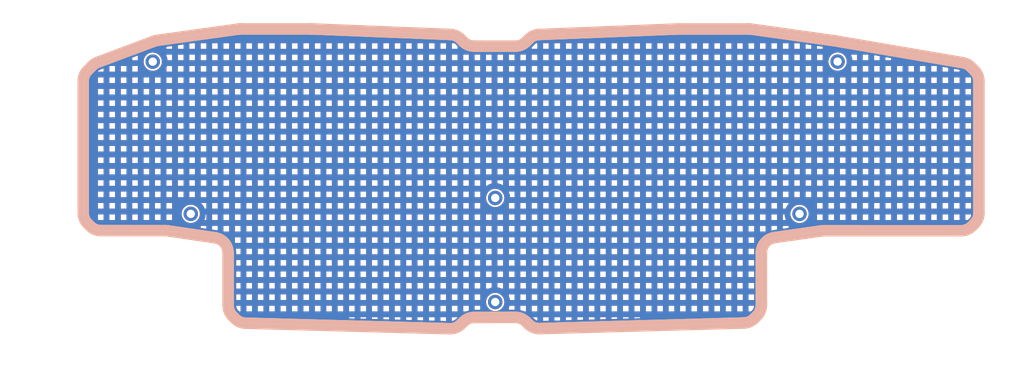
<source format=kicad_pcb>
(kicad_pcb (version 20241229) (generator "pcbnew") (generator_version "9.0")
  (title_block (title "Stenowing") (date "2024-10-05") (rev "1.0") (company "Gzowski.co.uk"))
  (layers (0 "F.Cu" signal) (2 "B.Cu" signal) (13 "F.Paste" user) (15 "B.Paste" user) (5 "F.SilkS" user "F.Silkscreen") (7 "B.SilkS" user "B.Silkscreen") (1 "F.Mask" user) (3 "B.Mask" user) (25 "Edge.Cuts" user))
  (net 0 "")
  (net 1 "GND")
  (footprint "" (layer "F.Cu") (at 50.01 92.11)
    (property "Reference" "" (at 0 0 0) (layer "F.SilkS") (effects (font (size 1.27 1.27))))
    (property "Value" "")
    (pad "1" thru_hole circle (at 0 0) (size 3.8 3.8) (drill 2.2) (layers "*.Cu" "*.Mask"))
  )
  (footprint "" (layer "F.Cu") (at 60 132.11)
    (property "Reference" "" (at 0 0 0) (layer "F.SilkS") (effects (font (size 1.27 1.27))))
    (property "Value" "")
    (pad "1" thru_hole circle (at 0 0) (size 3.8 3.8) (drill 2.2) (layers "*.Cu" "*.Mask"))
  )
  (footprint "" (layer "F.Cu") (at 140.02 155.28)
    (property "Reference" "" (at 0 0 0) (layer "F.SilkS") (effects (font (size 1.27 1.27))))
    (property "Value" "")
    (pad "1" thru_hole circle (at 0 0) (size 3.8 3.8) (drill 2.2) (layers "*.Cu" "*.Mask"))
  )
  (footprint "" (layer "F.Cu") (at 140.02 127.93)
    (property "Reference" "" (at 0 0 0) (layer "F.SilkS") (effects (font (size 1.27 1.27))))
    (property "Value" "")
    (pad "1" thru_hole circle (at 0 0) (size 3.8 3.8) (drill 2.2) (layers "*.Cu" "*.Mask"))
  )
  (footprint "" (layer "B.Cu") (at 230.01 92.09)
    (property "Reference" "2" (at 0 0 180) (layer "B.SilkS") (effects (font (size 1.27 1.27)) (justify mirror)))
    (property "Value" "")
    (pad "1" thru_hole circle (at 0 0) (size 3.8 3.8) (drill 2.2) (layers "*.Cu" "*.Mask"))
  )
  (footprint "" (layer "B.Cu") (at 220 132.12)
    (property "Reference" "3" (at 0 0 180) (layer "B.SilkS") (effects (font (size 1.27 1.27)) (justify mirror)))
    (property "Value" "")
    (pad "1" thru_hole circle (at 0 0) (size 3.8 3.8) (drill 2.2) (layers "*.Cu" "*.Mask"))
  )
  (gr_arc (start 267.159779 131.883146) (mid 266.855298 133.413881) (end 265.988206 134.711573) (stroke (width 3)) (layer "F.SilkS"))
  (gr_line (start 131.649376 86.849597) (end 130.925802 86.126023) (stroke (width 3)) (layer "F.SilkS"))
  (gr_line (start 209.989779 156.087043) (end 209.989779 142.310392) (stroke (width 3)) (layer "F.SilkS"))
  (gr_arc (start 265.331788 135.367991) (mid 264.033609 136.235285) (end 262.502307 136.539563) (stroke (width 3)) (layer "F.SilkS"))
  (gr_line (start 267.159779 131.883146) (end 267.159779 97.246854) (stroke (width 3)) (layer "F.SilkS"))
  (gr_line (start 151.690855 162.272612) (end 205.393812 160.793944) (stroke (width 3)) (layer "F.SilkS"))
  (gr_arc (start 208.116846 159.619176) (mid 206.868232 160.468261) (end 205.393812 160.793944) (stroke (width 3)) (layer "F.SilkS"))
  (gr_line (start 226.483886 136.530075) (end 262.502307 136.539563) (stroke (width 3)) (layer "F.SilkS"))
  (gr_line (start 36.385394 136.510876) (end 53.338226 136.519846) (stroke (width 3)) (layer "F.SilkS"))
  (gr_arc (start 53.338226 136.519846) (mid 53.629001 136.530583) (end 53.918227 136.562429) (stroke (width 3)) (layer "F.SilkS"))
  (gr_line (start 34.115598 93.174181) (end 32.901352 94.388427) (stroke (width 3)) (layer "F.SilkS"))
  (gr_arc (start 32.901352 134.681573) (mid 32.034262 133.383879) (end 31.729779 131.853146) (stroke (width 3)) (layer "F.SilkS"))
  (gr_line (start 74.402707 160.843309) (end 128.099505 162.303229) (stroke (width 3)) (layer "F.SilkS"))
  (gr_line (start 134.471664 159.346498) (end 145.307958 159.323523) (stroke (width 3)) (layer "F.SilkS"))
  (gr_arc (start 148.152522 86.857257) (mid 146.853524 87.724888) (end 145.32127 88.028829) (stroke (width 3)) (layer "F.SilkS"))
  (gr_arc (start 262.905595 92.375436) (mid 264.069026 92.765422) (end 265.059506 93.489727) (stroke (width 3)) (layer "F.SilkS"))
  (gr_line (start 53.918227 136.562429) (end 66.391896 138.397246) (stroke (width 3)) (layer "F.SilkS"))
  (gr_arc (start 34.115598 93.174181) (mid 34.780206 92.638402) (end 35.54337 92.255854) (stroke (width 3)) (layer "F.SilkS"))
  (gr_line (start 265.988206 94.418427) (end 265.059506 93.489727) (stroke (width 3)) (layer "F.SilkS"))
  (gr_line (start 131.036646 161.133133) (end 131.651718 160.518061) (stroke (width 3)) (layer "F.SilkS"))
  (gr_line (start 33.559083 135.339304) (end 32.901352 134.681573) (stroke (width 3)) (layer "F.SilkS"))
  (gr_line (start 148.144866 160.495087) (end 148.752333 161.102554) (stroke (width 3)) (layer "F.SilkS"))
  (gr_arc (start 128.25687 84.957631) (mid 129.701499 85.290185) (end 130.925802 86.126023) (stroke (width 3)) (layer "F.SilkS"))
  (gr_line (start 228.968418 86.571449) (end 207.274495 83.548283) (stroke (width 3)) (layer "F.SilkS"))
  (gr_line (start 145.32127 88.028829) (end 134.474978 88.021169) (stroke (width 3)) (layer "F.SilkS"))
  (gr_arc (start 72.556173 83.53797) (mid 72.830435 83.509504) (end 73.106006 83.5) (stroke (width 3)) (layer "F.SilkS"))
  (gr_arc (start 225.918515 136.570081) (mid 226.200491 136.540054) (end 226.483886 136.530075) (stroke (width 3)) (layer "F.SilkS"))
  (gr_arc (start 148.873722 86.136057) (mid 150.098066 85.300208) (end 151.542738 84.967662) (stroke (width 3)) (layer "F.SilkS"))
  (gr_line (start 262.905595 92.375436) (end 229.090847 86.590447) (stroke (width 3)) (layer "F.SilkS"))
  (gr_line (start 208.116846 159.619176) (end 208.822908 158.91076) (stroke (width 3)) (layer "F.SilkS"))
  (gr_line (start 265.331788 135.367991) (end 265.988206 134.711573) (stroke (width 3)) (layer "F.SilkS"))
  (gr_line (start 206.722408 83.51) (end 188.010105 83.513178) (stroke (width 3)) (layer "F.SilkS"))
  (gr_arc (start 36.385394 136.510876) (mid 34.855795 136.205999) (end 33.559083 135.339304) (stroke (width 3)) (layer "F.SilkS"))
  (gr_line (start 188.010105 83.513178) (end 151.542738 84.967662) (stroke (width 3)) (layer "F.SilkS"))
  (gr_line (start 50.366247 86.714591) (end 35.54337 92.255854) (stroke (width 3)) (layer "F.SilkS"))
  (gr_arc (start 209.989779 156.087043) (mid 209.686554 157.614696) (end 208.822908 158.91076) (stroke (width 3)) (layer "F.SilkS"))
  (gr_arc (start 151.690855 162.272612) (mid 150.101035 161.990358) (end 148.752333 161.102554) (stroke (width 3)) (layer "F.SilkS"))
  (gr_arc (start 131.651718 160.518061) (mid 132.945491 159.652587) (end 134.471664 159.346498) (stroke (width 3)) (layer "F.SilkS"))
  (gr_arc (start 66.391896 138.397246) (mid 68.837028 139.740132) (end 69.809779 142.354662) (stroke (width 3)) (layer "F.SilkS"))
  (gr_line (start 213.425462 138.350399) (end 225.918515 136.570081) (stroke (width 3)) (layer "F.SilkS"))
  (gr_arc (start 91.65 83.5) (mid 91.729763 83.500794) (end 91.809495 83.503181) (stroke (width 3)) (layer "F.SilkS"))
  (gr_line (start 69.809779 142.354662) (end 69.809779 156.143146) (stroke (width 3)) (layer "F.SilkS"))
  (gr_arc (start 74.402707 160.843309) (mid 72.930604 160.51916) (end 71.682993 159.673214) (stroke (width 3)) (layer "F.SilkS"))
  (gr_line (start 91.65 83.5) (end 73.106006 83.5) (stroke (width 3)) (layer "F.SilkS"))
  (gr_arc (start 145.307958 159.323523) (mid 146.84326 159.626362) (end 148.144866 160.495087) (stroke (width 3)) (layer "F.SilkS"))
  (gr_line (start 128.25687 84.957631) (end 91.809495 83.503181) (stroke (width 3)) (layer "F.SilkS"))
  (gr_line (start 70.981352 158.971573) (end 71.682993 159.673214) (stroke (width 3)) (layer "F.SilkS"))
  (gr_arc (start 228.968418 86.571449) (mid 229.029706 86.580474) (end 229.090847 86.590447) (stroke (width 3)) (layer "F.SilkS"))
  (gr_line (start 72.556173 83.53797) (end 51.21707 86.499315) (stroke (width 3)) (layer "F.SilkS"))
  (gr_line (start 31.729779 97.216854) (end 31.729779 131.853146) (stroke (width 3)) (layer "F.SilkS"))
  (gr_arc (start 70.981352 158.971573) (mid 70.114261 157.67388) (end 69.809779 156.143146) (stroke (width 3)) (layer "F.SilkS"))
  (gr_arc (start 31.729779 97.216854) (mid 32.034261 95.68612) (end 32.901352 94.388427) (stroke (width 3)) (layer "F.SilkS"))
  (gr_line (start 148.873722 86.136057) (end 148.152522 86.857257) (stroke (width 3)) (layer "F.SilkS"))
  (gr_arc (start 206.722408 83.51) (mid 206.999114 83.519585) (end 207.274495 83.548283) (stroke (width 3)) (layer "F.SilkS"))
  (gr_arc (start 265.988206 94.418427) (mid 266.855312 95.716118) (end 267.159779 97.246854) (stroke (width 3)) (layer "F.SilkS"))
  (gr_arc (start 50.366247 86.714591) (mid 50.785738 86.583552) (end 51.21707 86.499315) (stroke (width 3)) (layer "F.SilkS"))
  (gr_arc (start 209.989779 142.310392) (mid 210.96842 139.689067) (end 213.425462 138.350399) (stroke (width 3)) (layer "F.SilkS"))
  (gr_arc (start 134.474978 88.021169) (mid 132.945762 87.716153) (end 131.649376 86.849597) (stroke (width 3)) (layer "F.SilkS"))
  (gr_arc (start 131.036646 161.133133) (mid 129.688592 162.020697) (end 128.099505 162.303229) (stroke (width 3)) (layer "F.SilkS"))
  (gr_arc (start 128.25687 84.957631) (mid 129.701499 85.290185) (end 130.925802 86.126023) (stroke (width 3)) (layer "B.SilkS"))
  (gr_arc (start 265.331788 135.367991) (mid 264.033609 136.235285) (end 262.502307 136.539563) (stroke (width 3)) (layer "B.SilkS"))
  (gr_arc (start 134.474978 88.021169) (mid 132.945762 87.716153) (end 131.649376 86.849597) (stroke (width 3)) (layer "B.SilkS"))
  (gr_arc (start 145.307958 159.323523) (mid 146.84326 159.626362) (end 148.144866 160.495087) (stroke (width 3)) (layer "B.SilkS"))
  (gr_line (start 148.144866 160.495087) (end 148.752333 161.102554) (stroke (width 3)) (layer "B.SilkS"))
  (gr_arc (start 50.366247 86.714591) (mid 50.785738 86.583552) (end 51.21707 86.499315) (stroke (width 3)) (layer "B.SilkS"))
  (gr_arc (start 265.988206 94.418427) (mid 266.855312 95.716118) (end 267.159779 97.246854) (stroke (width 3)) (layer "B.SilkS"))
  (gr_line (start 134.471664 159.346498) (end 145.307958 159.323523) (stroke (width 3)) (layer "B.SilkS"))
  (gr_arc (start 36.385394 136.510876) (mid 34.855795 136.205999) (end 33.559083 135.339304) (stroke (width 3)) (layer "B.SilkS"))
  (gr_line (start 265.988206 94.418427) (end 265.059506 93.489727) (stroke (width 3)) (layer "B.SilkS"))
  (gr_line (start 148.873722 86.136057) (end 148.152522 86.857257) (stroke (width 3)) (layer "B.SilkS"))
  (gr_arc (start 70.981352 158.971573) (mid 70.114261 157.67388) (end 69.809779 156.143146) (stroke (width 3)) (layer "B.SilkS"))
  (gr_line (start 53.918227 136.562429) (end 66.391896 138.397246) (stroke (width 3)) (layer "B.SilkS"))
  (gr_arc (start 209.989779 156.087043) (mid 209.686554 157.614696) (end 208.822908 158.91076) (stroke (width 3)) (layer "B.SilkS"))
  (gr_line (start 69.809779 142.354662) (end 69.809779 156.143146) (stroke (width 3)) (layer "B.SilkS"))
  (gr_arc (start 206.722408 83.51) (mid 206.999114 83.519585) (end 207.274495 83.548283) (stroke (width 3)) (layer "B.SilkS"))
  (gr_line (start 33.559083 135.339304) (end 32.901352 134.681573) (stroke (width 3)) (layer "B.SilkS"))
  (gr_line (start 208.116846 159.619176) (end 208.822908 158.91076) (stroke (width 3)) (layer "B.SilkS"))
  (gr_line (start 145.32127 88.028829) (end 134.474978 88.021169) (stroke (width 3)) (layer "B.SilkS"))
  (gr_line (start 91.65 83.5) (end 73.106006 83.5) (stroke (width 3)) (layer "B.SilkS"))
  (gr_line (start 213.425462 138.350399) (end 225.918515 136.570081) (stroke (width 3)) (layer "B.SilkS"))
  (gr_line (start 226.483886 136.530075) (end 262.502307 136.539563) (stroke (width 3)) (layer "B.SilkS"))
  (gr_arc (start 32.901352 134.681573) (mid 32.034262 133.383879) (end 31.729779 131.853146) (stroke (width 3)) (layer "B.SilkS"))
  (gr_line (start 131.649376 86.849597) (end 130.925802 86.126023) (stroke (width 3)) (layer "B.SilkS"))
  (gr_arc (start 131.651718 160.518061) (mid 132.945491 159.652587) (end 134.471664 159.346498) (stroke (width 3)) (layer "B.SilkS"))
  (gr_line (start 72.556173 83.53797) (end 51.21707 86.499315) (stroke (width 3)) (layer "B.SilkS"))
  (gr_arc (start 31.729779 97.216854) (mid 32.034261 95.68612) (end 32.901352 94.388427) (stroke (width 3)) (layer "B.SilkS"))
  (gr_arc (start 91.65 83.5) (mid 91.729763 83.500794) (end 91.809495 83.503181) (stroke (width 3)) (layer "B.SilkS"))
  (gr_line (start 262.905595 92.375436) (end 229.090847 86.590447) (stroke (width 3)) (layer "B.SilkS"))
  (gr_line (start 188.010105 83.513178) (end 151.542738 84.967662) (stroke (width 3)) (layer "B.SilkS"))
  (gr_line (start 209.989779 156.087043) (end 209.989779 142.310392) (stroke (width 3)) (layer "B.SilkS"))
  (gr_line (start 267.159779 131.883146) (end 267.159779 97.246854) (stroke (width 3)) (layer "B.SilkS"))
  (gr_arc (start 74.402707 160.843309) (mid 72.930604 160.51916) (end 71.682993 159.673214) (stroke (width 3)) (layer "B.SilkS"))
  (gr_arc (start 131.036646 161.133133) (mid 129.688592 162.020697) (end 128.099505 162.303229) (stroke (width 3)) (layer "B.SilkS"))
  (gr_line (start 151.690855 162.272612) (end 205.393812 160.793944) (stroke (width 3)) (layer "B.SilkS"))
  (gr_line (start 128.25687 84.957631) (end 91.809495 83.503181) (stroke (width 3)) (layer "B.SilkS"))
  (gr_line (start 131.036646 161.133133) (end 131.651718 160.518061) (stroke (width 3)) (layer "B.SilkS"))
  (gr_line (start 228.968418 86.571449) (end 207.274495 83.548283) (stroke (width 3)) (layer "B.SilkS"))
  (gr_line (start 74.402707 160.843309) (end 128.099505 162.303229) (stroke (width 3)) (layer "B.SilkS"))
  (gr_arc (start 208.116846 159.619176) (mid 206.868232 160.468261) (end 205.393812 160.793944) (stroke (width 3)) (layer "B.SilkS"))
  (gr_line (start 206.722408 83.51) (end 188.010105 83.513178) (stroke (width 3)) (layer "B.SilkS"))
  (gr_line (start 50.366247 86.714591) (end 35.54337 92.255854) (stroke (width 3)) (layer "B.SilkS"))
  (gr_arc (start 148.152522 86.857257) (mid 146.853524 87.724888) (end 145.32127 88.028829) (stroke (width 3)) (layer "B.SilkS"))
  (gr_arc (start 267.159779 131.883146) (mid 266.855298 133.413881) (end 265.988206 134.711573) (stroke (width 3)) (layer "B.SilkS"))
  (gr_arc (start 53.338226 136.519846) (mid 53.629001 136.530583) (end 53.918227 136.562429) (stroke (width 3)) (layer "B.SilkS"))
  (gr_arc (start 209.989779 142.310392) (mid 210.96842 139.689067) (end 213.425462 138.350399) (stroke (width 3)) (layer "B.SilkS"))
  (gr_arc (start 225.918515 136.570081) (mid 226.200491 136.540054) (end 226.483886 136.530075) (stroke (width 3)) (layer "B.SilkS"))
  (gr_line (start 70.981352 158.971573) (end 71.682993 159.673214) (stroke (width 3)) (layer "B.SilkS"))
  (gr_arc (start 151.690855 162.272612) (mid 150.101035 161.990358) (end 148.752333 161.102554) (stroke (width 3)) (layer "B.SilkS"))
  (gr_arc (start 148.873722 86.136057) (mid 150.098066 85.300208) (end 151.542738 84.967662) (stroke (width 3)) (layer "B.SilkS"))
  (gr_line (start 31.729779 97.216854) (end 31.729779 131.853146) (stroke (width 3)) (layer "B.SilkS"))
  (gr_line (start 265.331788 135.367991) (end 265.988206 134.711573) (stroke (width 3)) (layer "B.SilkS"))
  (gr_arc (start 34.115598 93.174181) (mid 34.780206 92.638402) (end 35.54337 92.255854) (stroke (width 3)) (layer "B.SilkS"))
  (gr_line (start 36.385394 136.510876) (end 53.338226 136.519846) (stroke (width 3)) (layer "B.SilkS"))
  (gr_arc (start 72.556173 83.53797) (mid 72.830435 83.509504) (end 73.106006 83.5) (stroke (width 3)) (layer "B.SilkS"))
  (gr_line (start 34.115598 93.174181) (end 32.901352 94.388427) (stroke (width 3)) (layer "B.SilkS"))
  (gr_arc (start 66.391896 138.397246) (mid 68.837028 139.740132) (end 69.809779 142.354662) (stroke (width 3)) (layer "B.SilkS"))
  (gr_arc (start 262.905595 92.375436) (mid 264.069026 92.765422) (end 265.059506 93.489727) (stroke (width 3)) (layer "B.SilkS"))
  (gr_arc (start 228.968418 86.571449) (mid 229.029706 86.580474) (end 229.090847 86.590447) (stroke (width 3)) (layer "B.SilkS"))
  (gr_line (start 266.108427 94.418427) (end 265.179727 93.489727) (stroke (width 0.05)) (layer "Edge.Cuts"))
  (gr_arc (start 267.28 131.883146) (mid 266.975518 133.41388) (end 266.108427 134.711573) (stroke (width 0.05)) (layer "Edge.Cuts"))
  (gr_line (start 148.265087 160.495087) (end 148.872554 161.102554) (stroke (width 0.05)) (layer "Edge.Cuts"))
  (gr_arc (start 74.522928 160.843309) (mid 73.050825 160.51916) (end 71.803214 159.673214) (stroke (width 0.05)) (layer "Edge.Cuts"))
  (gr_line (start 134.591885 159.346498) (end 145.428179 159.323523) (stroke (width 0.05)) (layer "Edge.Cuts"))
  (gr_line (start 267.28 131.883146) (end 267.28 97.246854) (stroke (width 0.05)) (layer "Edge.Cuts"))
  (gr_arc (start 210.11 156.087043) (mid 209.806776 157.614693) (end 208.943129 158.91076) (stroke (width 0.05)) (layer "Edge.Cuts"))
  (gr_line (start 31.85 97.216854) (end 31.85 131.853146) (stroke (width 0.05)) (layer "Edge.Cuts"))
  (gr_line (start 33.679304 135.339304) (end 33.021573 134.681573) (stroke (width 0.05)) (layer "Edge.Cuts"))
  (gr_arc (start 31.85 97.216854) (mid 32.154482 95.68612) (end 33.021573 94.388427) (stroke (width 0.05)) (layer "Edge.Cuts"))
  (gr_line (start 74.522928 160.843309) (end 128.219726 162.303229) (stroke (width 0.05)) (layer "Edge.Cuts"))
  (gr_line (start 36.505615 136.510876) (end 53.458447 136.519846) (stroke (width 0.05)) (layer "Edge.Cuts"))
  (gr_line (start 265.452009 135.367991) (end 266.108427 134.711573) (stroke (width 0.05)) (layer "Edge.Cuts"))
  (gr_line (start 131.769597 86.849597) (end 131.046023 86.126023) (stroke (width 0.05)) (layer "Edge.Cuts"))
  (gr_line (start 148.993943 86.136057) (end 148.272743 86.857257) (stroke (width 0.05)) (layer "Edge.Cuts"))
  (gr_arc (start 34.235819 93.174181) (mid 34.900426 92.638402) (end 35.663591 92.255854) (stroke (width 0.05)) (layer "Edge.Cuts"))
  (gr_arc (start 131.156867 161.133133) (mid 129.80881 162.020698) (end 128.219726 162.303229) (stroke (width 0.05)) (layer "Edge.Cuts"))
  (gr_line (start 213.545683 138.350399) (end 226.038736 136.570081) (stroke (width 0.05)) (layer "Edge.Cuts"))
  (gr_arc (start 229.088639 86.571449) (mid 229.149927 86.580474) (end 229.211068 86.590447) (stroke (width 0.05)) (layer "Edge.Cuts"))
  (gr_arc (start 131.771939 160.518061) (mid 133.065714 159.652586) (end 134.591885 159.346498) (stroke (width 0.05)) (layer "Edge.Cuts"))
  (gr_line (start 145.441491 88.028829) (end 134.595199 88.021169) (stroke (width 0.05)) (layer "Edge.Cuts"))
  (gr_arc (start 128.377091 84.957631) (mid 129.821721 85.290186) (end 131.046023 86.126023) (stroke (width 0.05)) (layer "Edge.Cuts"))
  (gr_line (start 151.811076 162.272612) (end 205.514033 160.793944) (stroke (width 0.05)) (layer "Edge.Cuts"))
  (gr_arc (start 206.842629 83.51) (mid 207.119335 83.519585) (end 207.394716 83.548283) (stroke (width 0.05)) (layer "Edge.Cuts"))
  (gr_line (start 72.676394 83.53797) (end 51.337291 86.499315) (stroke (width 0.05)) (layer "Edge.Cuts"))
  (gr_line (start 34.235819 93.174181) (end 33.021573 94.388427) (stroke (width 0.05)) (layer "Edge.Cuts"))
  (gr_line (start 128.377091 84.957631) (end 91.929716 83.503181) (stroke (width 0.05)) (layer "Edge.Cuts"))
  (gr_arc (start 53.458447 136.519846) (mid 53.749222 136.530583) (end 54.038448 136.562429) (stroke (width 0.05)) (layer "Edge.Cuts"))
  (gr_line (start 71.101573 158.971573) (end 71.803214 159.673214) (stroke (width 0.05)) (layer "Edge.Cuts"))
  (gr_arc (start 148.993943 86.136057) (mid 150.218287 85.300208) (end 151.662959 84.967662) (stroke (width 0.05)) (layer "Edge.Cuts"))
  (gr_arc (start 72.676394 83.53797) (mid 72.950656 83.509504) (end 73.226227 83.5) (stroke (width 0.05)) (layer "Edge.Cuts"))
  (gr_arc (start 66.512117 138.397246) (mid 68.957248 139.740132) (end 69.93 142.354662) (stroke (width 0.05)) (layer "Edge.Cuts"))
  (gr_arc (start 71.101573 158.971573) (mid 70.234482 157.67388) (end 69.93 156.143146) (stroke (width 0.05)) (layer "Edge.Cuts"))
  (gr_arc (start 226.038736 136.570081) (mid 226.320712 136.540051) (end 226.604107 136.530075) (stroke (width 0.05)) (layer "Edge.Cuts"))
  (gr_line (start 188.130326 83.513178) (end 151.662959 84.967662) (stroke (width 0.05)) (layer "Edge.Cuts"))
  (gr_arc (start 145.428179 159.323523) (mid 146.963483 159.626363) (end 148.265087 160.495087) (stroke (width 0.05)) (layer "Edge.Cuts"))
  (gr_line (start 208.237067 159.619176) (end 208.943129 158.91076) (stroke (width 0.05)) (layer "Edge.Cuts"))
  (gr_line (start 131.156867 161.133133) (end 131.771939 160.518061) (stroke (width 0.05)) (layer "Edge.Cuts"))
  (gr_arc (start 33.021573 134.681573) (mid 32.154483 133.383879) (end 31.85 131.853146) (stroke (width 0.05)) (layer "Edge.Cuts"))
  (gr_arc (start 50.486468 86.714591) (mid 50.905958 86.583552) (end 51.337291 86.499315) (stroke (width 0.05)) (layer "Edge.Cuts"))
  (gr_arc (start 91.770221 83.5) (mid 91.849984 83.500794) (end 91.929716 83.503181) (stroke (width 0.05)) (layer "Edge.Cuts"))
  (gr_line (start 69.93 142.354662) (end 69.93 156.143146) (stroke (width 0.05)) (layer "Edge.Cuts"))
  (gr_arc (start 36.505615 136.510876) (mid 34.976015 136.205998) (end 33.679304 135.339304) (stroke (width 0.05)) (layer "Edge.Cuts"))
  (gr_line (start 91.770221 83.5) (end 73.226227 83.5) (stroke (width 0.05)) (layer "Edge.Cuts"))
  (gr_line (start 229.088639 86.571449) (end 207.394716 83.548283) (stroke (width 0.05)) (layer "Edge.Cuts"))
  (gr_arc (start 148.272743 86.857257) (mid 146.973745 87.724888) (end 145.441491 88.028829) (stroke (width 0.05)) (layer "Edge.Cuts"))
  (gr_arc (start 208.237067 159.619176) (mid 206.988449 160.468262) (end 205.514033 160.793944) (stroke (width 0.05)) (layer "Edge.Cuts"))
  (gr_arc (start 266.108427 94.418427) (mid 266.975518 95.71612) (end 267.28 97.246854) (stroke (width 0.05)) (layer "Edge.Cuts"))
  (gr_line (start 54.038448 136.562429) (end 66.512117 138.397246) (stroke (width 0.05)) (layer "Edge.Cuts"))
  (gr_line (start 210.11 156.087043) (end 210.11 142.310392) (stroke (width 0.05)) (layer "Edge.Cuts"))
  (gr_arc (start 265.452009 135.367991) (mid 264.153829 136.235284) (end 262.622528 136.539563) (stroke (width 0.05)) (layer "Edge.Cuts"))
  (gr_line (start 206.842629 83.51) (end 188.130326 83.513178) (stroke (width 0.05)) (layer "Edge.Cuts"))
  (gr_arc (start 210.11 142.310392) (mid 211.08864 139.689068) (end 213.545683 138.350399) (stroke (width 0.05)) (layer "Edge.Cuts"))
  (gr_line (start 50.486468 86.714591) (end 35.663591 92.255854) (stroke (width 0.05)) (layer "Edge.Cuts"))
  (gr_line (start 226.604107 136.530075) (end 262.622528 136.539563) (stroke (width 0.05)) (layer "Edge.Cuts"))
  (gr_arc (start 151.811076 162.272612) (mid 150.221257 161.990358) (end 148.872554 161.102554) (stroke (width 0.05)) (layer "Edge.Cuts"))
  (gr_arc (start 263.025816 92.375436) (mid 264.189254 92.765414) (end 265.179727 93.489727) (stroke (width 0.05)) (layer "Edge.Cuts"))
  (gr_arc (start 134.595199 88.021169) (mid 133.065982 87.716153) (end 131.769597 86.849597) (stroke (width 0.05)) (layer "Edge.Cuts"))
  (gr_line (start 263.025816 92.375436) (end 229.211068 86.590447) (stroke (width 0.05)) (layer "Edge.Cuts"))
  (zone (net 1) (net_name "GND") (layers "F.Cu" "B.Cu") (connect_pads (clearance 0.5)) (min_thickness 0.25) (fill yes (mode hatch) (thermal_gap 0.5) (thermal_bridge_width 0.5) (island_removal_mode 1) (island_area_min 10) (hatch_thickness 1.5) (hatch_gap 1.5) (hatch_orientation 0) (hatch_border_algorithm hatch_thickness) (hatch_min_hole_area 0.3))
    (polygon (pts (xy 31.3 78.26) (xy 272.03 75.9) (xy 279.02 107.46) (xy 277 170.36) (xy 202.29 167.1) (xy 34.749205 172.178763) (xy 17.960316 172.687695) (xy 9.86105 141.608897) (xy 30.99 77.95)))
  )
)
</source>
